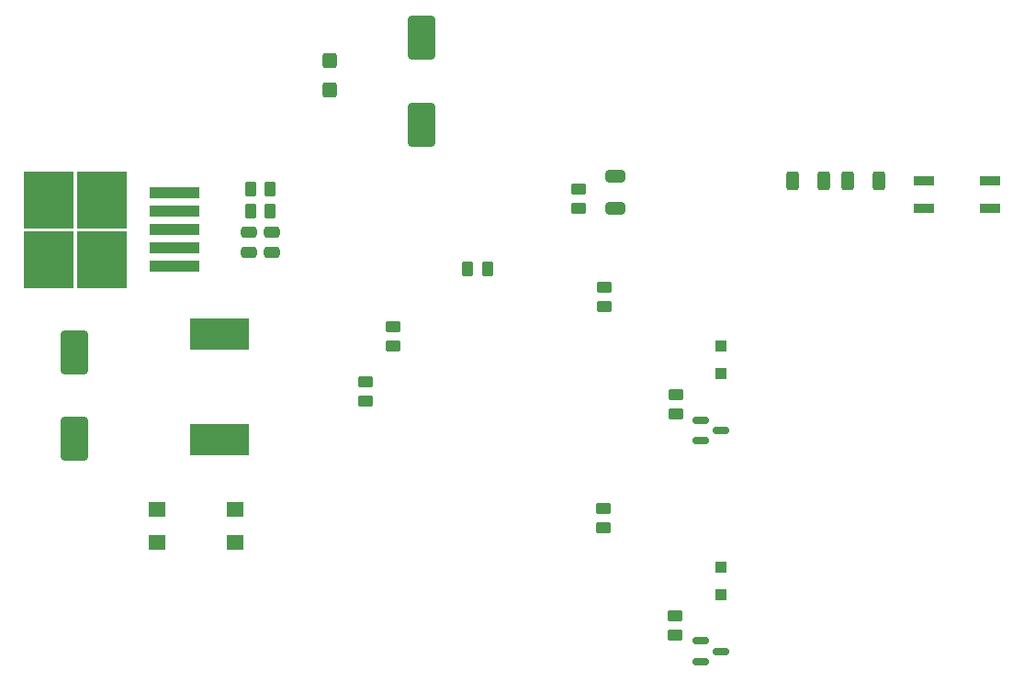
<source format=gtp>
G04 #@! TF.GenerationSoftware,KiCad,Pcbnew,(6.0.8)*
G04 #@! TF.CreationDate,2022-12-08T23:12:20+04:00*
G04 #@! TF.ProjectId,SIM800_NANO,53494d38-3030-45f4-9e41-4e4f2e6b6963,rev?*
G04 #@! TF.SameCoordinates,Original*
G04 #@! TF.FileFunction,Paste,Top*
G04 #@! TF.FilePolarity,Positive*
%FSLAX46Y46*%
G04 Gerber Fmt 4.6, Leading zero omitted, Abs format (unit mm)*
G04 Created by KiCad (PCBNEW (6.0.8)) date 2022-12-08 23:12:20*
%MOMM*%
%LPD*%
G01*
G04 APERTURE LIST*
G04 Aperture macros list*
%AMRoundRect*
0 Rectangle with rounded corners*
0 $1 Rounding radius*
0 $2 $3 $4 $5 $6 $7 $8 $9 X,Y pos of 4 corners*
0 Add a 4 corners polygon primitive as box body*
4,1,4,$2,$3,$4,$5,$6,$7,$8,$9,$2,$3,0*
0 Add four circle primitives for the rounded corners*
1,1,$1+$1,$2,$3*
1,1,$1+$1,$4,$5*
1,1,$1+$1,$6,$7*
1,1,$1+$1,$8,$9*
0 Add four rect primitives between the rounded corners*
20,1,$1+$1,$2,$3,$4,$5,0*
20,1,$1+$1,$4,$5,$6,$7,0*
20,1,$1+$1,$6,$7,$8,$9,0*
20,1,$1+$1,$8,$9,$2,$3,0*%
G04 Aperture macros list end*
%ADD10RoundRect,0.250000X-0.312500X-0.625000X0.312500X-0.625000X0.312500X0.625000X-0.312500X0.625000X0*%
%ADD11RoundRect,0.150000X-0.587500X-0.150000X0.587500X-0.150000X0.587500X0.150000X-0.587500X0.150000X0*%
%ADD12RoundRect,0.250000X-0.475000X0.250000X-0.475000X-0.250000X0.475000X-0.250000X0.475000X0.250000X0*%
%ADD13RoundRect,0.250000X0.475000X-0.250000X0.475000X0.250000X-0.475000X0.250000X-0.475000X-0.250000X0*%
%ADD14RoundRect,0.250000X0.450000X-0.262500X0.450000X0.262500X-0.450000X0.262500X-0.450000X-0.262500X0*%
%ADD15RoundRect,0.250000X-0.262500X-0.450000X0.262500X-0.450000X0.262500X0.450000X-0.262500X0.450000X0*%
%ADD16R,4.550000X5.250000*%
%ADD17R,4.600000X1.100000*%
%ADD18RoundRect,0.250000X1.000000X-1.750000X1.000000X1.750000X-1.000000X1.750000X-1.000000X-1.750000X0*%
%ADD19RoundRect,0.250000X-0.425000X0.450000X-0.425000X-0.450000X0.425000X-0.450000X0.425000X0.450000X0*%
%ADD20R,1.600000X1.400000*%
%ADD21RoundRect,0.250000X-0.450000X0.262500X-0.450000X-0.262500X0.450000X-0.262500X0.450000X0.262500X0*%
%ADD22RoundRect,0.250000X0.262500X0.450000X-0.262500X0.450000X-0.262500X-0.450000X0.262500X-0.450000X0*%
%ADD23R,1.000000X1.000000*%
%ADD24RoundRect,0.250000X0.650000X-0.325000X0.650000X0.325000X-0.650000X0.325000X-0.650000X-0.325000X0*%
%ADD25RoundRect,0.250000X-1.000000X1.750000X-1.000000X-1.750000X1.000000X-1.750000X1.000000X1.750000X0*%
%ADD26R,5.400000X2.900000*%
%ADD27R,1.850000X0.950000*%
G04 APERTURE END LIST*
D10*
X163793500Y-80417000D03*
X166718500Y-80417000D03*
D11*
X155309500Y-122862000D03*
X155309500Y-124762000D03*
X157184500Y-123812000D03*
D12*
X115800000Y-85150000D03*
X115800000Y-87050000D03*
D11*
X155334500Y-102487000D03*
X155334500Y-104387000D03*
X157209500Y-103437000D03*
D13*
X113700000Y-87050000D03*
X113700000Y-85150000D03*
D14*
X146397000Y-112449500D03*
X146397000Y-110624500D03*
D15*
X133859500Y-88562000D03*
X135684500Y-88562000D03*
D16*
X95264000Y-87703000D03*
X95264000Y-82153000D03*
X100114000Y-87703000D03*
X100114000Y-82153000D03*
D17*
X106839000Y-88328000D03*
X106839000Y-86628000D03*
X106839000Y-84928000D03*
X106839000Y-83228000D03*
X106839000Y-81528000D03*
D14*
X153047000Y-101937000D03*
X153047000Y-100112000D03*
D18*
X97622000Y-104219500D03*
X97622000Y-96219500D03*
D19*
X121172000Y-69312000D03*
X121172000Y-72012000D03*
D20*
X105222000Y-110762000D03*
X112422000Y-110762000D03*
X112422000Y-113762000D03*
X105222000Y-113762000D03*
D10*
X168873500Y-80417000D03*
X171798500Y-80417000D03*
D21*
X144100000Y-81137500D03*
X144100000Y-82962500D03*
D22*
X115668500Y-83226000D03*
X113843500Y-83226000D03*
D14*
X146445000Y-92055000D03*
X146445000Y-90230000D03*
X153000000Y-122350000D03*
X153000000Y-120525000D03*
D23*
X157172000Y-116062000D03*
X157172000Y-118562000D03*
D14*
X124450000Y-100762500D03*
X124450000Y-98937500D03*
D21*
X126950000Y-93837500D03*
X126950000Y-95662500D03*
D24*
X147495000Y-82950000D03*
X147495000Y-80000000D03*
D23*
X157197000Y-95655000D03*
X157197000Y-98155000D03*
D25*
X129622000Y-67212000D03*
X129622000Y-75212000D03*
D15*
X113843500Y-81194000D03*
X115668500Y-81194000D03*
D26*
X111012000Y-94556000D03*
X111012000Y-104256000D03*
D27*
X175947000Y-80437000D03*
X175947000Y-82937000D03*
X181997000Y-82937000D03*
X181997000Y-80437000D03*
M02*

</source>
